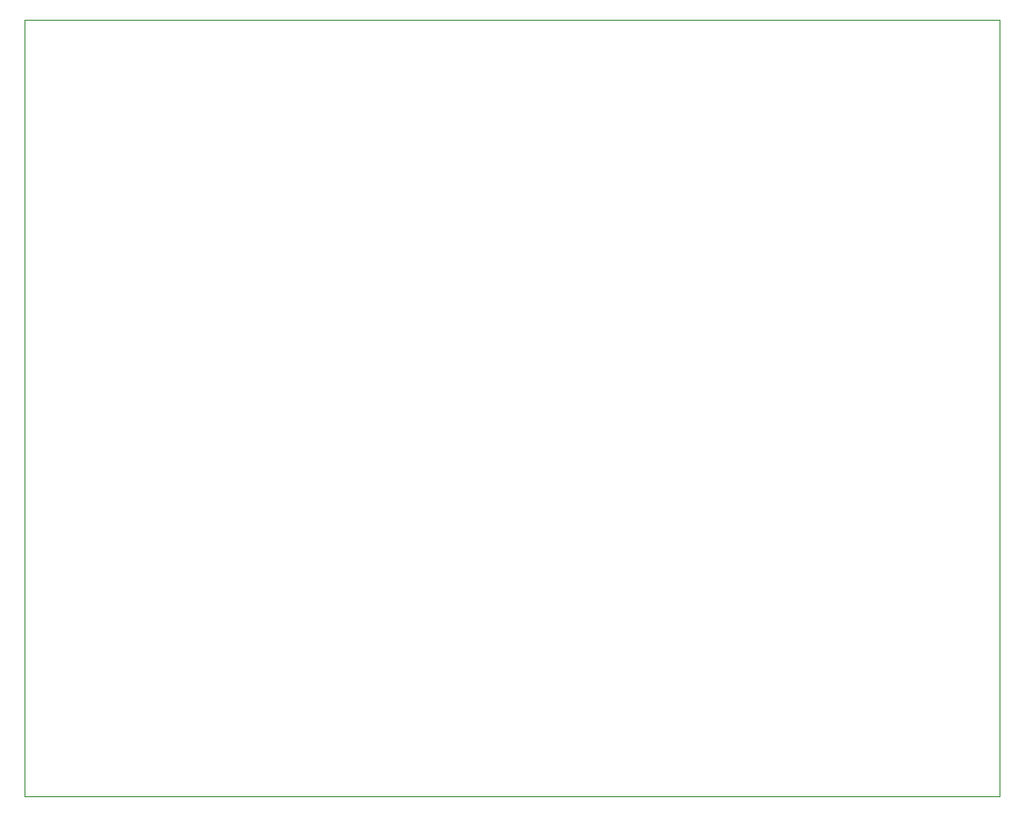
<source format=gm1>
G04 #@! TF.GenerationSoftware,KiCad,Pcbnew,(5.1.10)-1*
G04 #@! TF.CreationDate,2021-12-04T11:06:55-08:00*
G04 #@! TF.ProjectId,fuelCellControl,6675656c-4365-46c6-9c43-6f6e74726f6c,rev?*
G04 #@! TF.SameCoordinates,Original*
G04 #@! TF.FileFunction,Profile,NP*
%FSLAX46Y46*%
G04 Gerber Fmt 4.6, Leading zero omitted, Abs format (unit mm)*
G04 Created by KiCad (PCBNEW (5.1.10)-1) date 2021-12-04 11:06:55*
%MOMM*%
%LPD*%
G01*
G04 APERTURE LIST*
G04 #@! TA.AperFunction,Profile*
%ADD10C,0.050000*%
G04 #@! TD*
G04 APERTURE END LIST*
D10*
X67310000Y-132080000D02*
X67310000Y-62230000D01*
X154940000Y-132080000D02*
X67310000Y-132080000D01*
X154940000Y-62230000D02*
X154940000Y-132080000D01*
X67310000Y-62230000D02*
X154940000Y-62230000D01*
M02*

</source>
